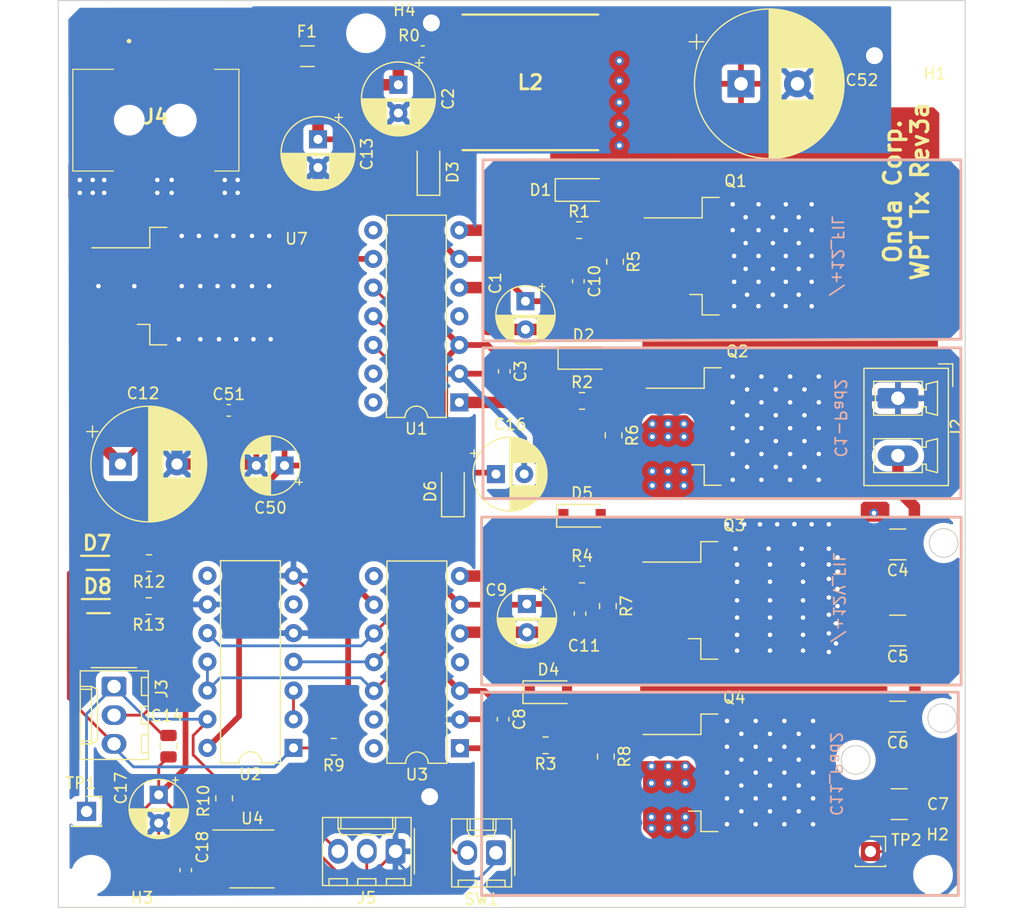
<source format=kicad_pcb>
(kicad_pcb (version 20211014) (generator pcbnew)
  (layers (0 "F.Cu" signal) (1 "In1.Cu" signal) (2 "In2.Cu" signal) (31 "B.Cu" signal) (34 "B.Paste" user) (35 "F.Paste" user) (36 "B.SilkS" user "B.Silkscreen") (37 "F.SilkS" user "F.Silkscreen") (38 "B.Mask" user) (39 "F.Mask" user) (44 "Edge.Cuts" user))
  (net 0 "")
  (net 1 "VCCIN")
  (net 2 "GND")
  (net 3 "Net-(C4-Pad1)")
  (net 4 "Net-(C11-Pad2)")
  (net 5 "Net-(C1-Pad2)")
  (net 6 "Net-(C1-Pad1)")
  (net 7 "Net-(C11-Pad1)")
  (net 8 "+5V")
  (net 9 "Net-(D1-Pad2)")
  (net 10 "Net-(D1-Pad1)")
  (net 11 "Net-(D2-Pad1)")
  (net 12 "Net-(D2-Pad2)")
  (net 13 "Net-(D4-Pad1)")
  (net 14 "Net-(D4-Pad2)")
  (net 15 "Net-(D5-Pad2)")
  (net 16 "Net-(D5-Pad1)")
  (net 17 "Net-(J3-Pad1)")
  (net 18 "Net-(F1-Pad1)")
  (net 19 "Net-(J5-Pad2)")
  (net 20 "Net-(D7-Pad1)")
  (net 21 "Net-(U1-Pad10)")
  (net 22 "Net-(U1-Pad11)")
  (net 23 "Net-(U1-Pad12)")
  (net 24 "Net-(U2-Pad2)")
  (net 26 "/+12_FIL")
  (net 27 "Net-(J5-Pad3)")
  (net 28 "Net-(D7-Pad2)")
  (net 29 "Net-(D8-Pad2)")
  (net 30 "Net-(R10-Pad2)")
  (footprint "Capacitor_SMD:C_1210_3225Metric" (layer "F.Cu") (at 201.295 94.869 180)
    (fp_text reference "C4")
    (fp_text value "33nF")
  )
  (footprint "Capacitor_SMD:C_1210_3225Metric" (layer "F.Cu") (at 201.295 102.489 180)
    (fp_text reference "C5")
    (fp_text value "33nF")
  )
  (footprint "Capacitor_SMD:C_1210_3225Metric" (layer "F.Cu") (at 201.295 110.109 180)
    (fp_text reference "C6")
    (fp_text value "33nF")
  )
  (footprint "Capacitor_SMD:C_1210_3225Metric" (layer "F.Cu") (at 201.422 117.856 180)
    (fp_text reference "C7")
    (fp_text value "0nF")
  )
  (footprint "Capacitor_THT:CP_Radial_D13.0mm_P5.00mm" (layer "F.Cu") (at 187.422785 54.102)
    (fp_text reference "C52")
    (fp_text value "1000uF")
  )
  (footprint "Diode_SMD:D_SOD-123" (layer "F.Cu") (at 173.228 63.5)
    (fp_text reference "D1")
    (fp_text value "1N4148" hide)
  )
  (footprint "Diode_SMD:D_SOD-123" (layer "F.Cu") (at 173.482 78.359)
    (fp_text reference "D2")
    (fp_text value "1N4148")
  )
  (footprint "Diode_SMD:D_SOD-123" (layer "F.Cu") (at 159.766 61.722 90)
    (fp_text reference "D3")
    (fp_text value "STPS0540ZY")
  )
  (footprint "Diode_SMD:D_SOD-123" (layer "F.Cu") (at 170.38 107.95)
    (fp_text reference "D4")
    (fp_text value "1N4148")
  )
  (footprint "Diode_SMD:D_SOD-123" (layer "F.Cu") (at 173.355 92.329)
    (fp_text reference "D5")
    (fp_text value "1N4148")
  )
  (footprint "Diode_SMD:D_SOD-123" (layer "F.Cu") (at 161.925 90.17 90)
    (fp_text reference "D6")
    (fp_text value "STPS0540ZY")
  )
  (footprint "Package_SO:SOIC-8_3.9x4.9mm_P1.27mm" (layer "F.Cu") (at 144.145 122.7055)
    (fp_text reference "U4")
    (fp_text value "DS1077Z-100+")
  )
  (footprint "Package_TO_SOT_SMD:TO-263-3_TabPin2" (layer "F.Cu") (at 138.049 72.009)
    (fp_text reference "U7")
    (fp_text value "LM340SX-5.0/NOPB")
  )
  (footprint "Capacitor_THT:CP_Radial_D5.0mm_P2.50mm" (layer "F.Cu") (at 168.475 100.140888 -90)
    (fp_text reference "C9")
    (fp_text value "22uF")
  )
  (footprint "Resistor_SMD:R_0805_2012Metric" (layer "F.Cu") (at 173.355 82.169)
    (fp_text reference "R2")
    (fp_text value "10R0/0.25W")
  )
  (footprint "SamacSys_Parts:INDPM120120X805N" (layer "F.Cu") (at 168.783 53.975 180)
    (fp_text reference "L2")
    (fp_text value "33uH" hide)
  )
  (footprint "Connector_Molex:Molex_KK-254_AE-6410-02A_1x02_P2.54mm_Vertical" (layer "F.Cu") (at 165.735 122.154 180)
    (fp_text reference "SW1")
    (fp_text value "SW_SPST")
  )
  (footprint "Resistor_SMD:R_0805_2012Metric" (layer "F.Cu") (at 135.001 100.33 180)
    (fp_text reference "R13")
    (fp_text value "20K")
  )
  (footprint "Capacitor_THT:CP_Radial_D10.0mm_P5.00mm" (layer "F.Cu") (at 132.506323 87.757)
    (fp_text reference "C12")
    (fp_text value "220uF")
  )
  (footprint "Resistor_SMD:R_0805_2012Metric" (layer "F.Cu") (at 176.276 69.85 -90)
    (fp_text reference "R5")
    (fp_text value "1K")
  )
  (footprint "Capacitor_SMD:C_0603_1608Metric_Pad1.08x0.95mm_HandSolder" (layer "F.Cu") (at 166.37 110.3376 -90)
    (fp_text reference "C8")
    (fp_text value "100nF")
  )
  (footprint "Connector_PinSocket_2.54mm:PinSocket_1x01_P2.54mm_Vertical" (layer "F.Cu") (at 198.882 122.047)
    (fp_text reference "TP2")
    (fp_text value "TestPoint")
  )
  (footprint "Capacitor_THT:CP_Radial_D6.3mm_P2.50mm" (layer "F.Cu") (at 149.987 59.015621 -90)
    (fp_text reference "C13")
    (fp_text value "47uF")
  )
  (footprint "SamacSys_Parts:LEDM2012X80N" (layer "F.Cu") (at 130.556 100.33)
    (fp_text reference "D8")
    (fp_text value "150080GS75000" hide)
  )
  (footprint "Capacitor_SMD:C_0603_1608Metric_Pad1.08x0.95mm_HandSolder" (layer "F.Cu") (at 166.4716 79.5528 -90)
    (fp_text reference "C3")
    (fp_text value "100nF")
  )
  (footprint "Resistor_SMD:R_0805_2012Metric" (layer "F.Cu") (at 173.101 67.056)
    (fp_text reference "R1")
    (fp_text value "10R0/0.25W")
  )
  (footprint "MountingHole:MountingHole_2.5mm" (layer "F.Cu") (at 204.4192 49.5808)
    (fp_text reference "H1")
    (fp_text value "MountingHole_2.5mm")
  )
  (footprint "Fuse:Fuse_1206_3216Metric" (layer "F.Cu") (at 149.0472 51.6636)
    (fp_text reference "F1")
    (fp_text value "3A Fuse")
  )
  (footprint "Capacitor_THT:CP_Radial_D5.0mm_P2.50mm" (layer "F.Cu") (at 168.348 73.343888 -90)
    (fp_text reference "C1")
    (fp_text value "22uF")
  )
  (footprint "Resistor_SMD:R_0805_2012Metric" (layer "F.Cu") (at 175.641 100.33 -90)
    (fp_text reference "R7")
    (fp_text value "1K")
  )
  (footprint "Capacitor_THT:CP_Radial_D5.0mm_P2.50mm" (layer "F.Cu") (at 135.89 117.031888 -90)
    (fp_text reference "C17")
    (fp_text value "22uF")
  )
  (footprint "Capacitor_SMD:C_0603_1608Metric_Pad1.08x0.95mm_HandSolder" (layer "F.Cu") (at 138.2776 123.698 -90)
    (fp_text reference "C18")
    (fp_text value "100nF")
  )
  (footprint "Package_DIP:DIP-14_W7.62mm" (layer "F.Cu") (at 147.818 112.879 180)
    (fp_text reference "U2")
    (fp_text value "74AHC04")
  )
  (footprint "Package_TO_SOT_SMD:TO-263-2" (layer "F.Cu") (at 186.817 99.822)
    (fp_text reference "Q3")
    (fp_text value "NTBS2D7N06M7")
  )
  (footprint "Package_DIP:DIP-14_W7.62mm" (layer "F.Cu") (at 162.496 82.301 180)
    (fp_text reference "U1")
    (fp_text value "IR2110")
  )
  (footprint "Package_TO_SOT_SMD:TO-263-2" (layer "F.Cu") (at 186.932 69.361)
    (fp_text reference "Q1")
    (fp_text value "NTBS2D7N06M7")
  )
  (footprint "Connector_Phoenix_MC_HighVoltage:PhoenixContact_MCV_1,5_2-G-5.08_1x02_P5.08mm_Vertical" (layer "F.Cu") (at 201.3145 81.9325 -90)
    (fp_text reference "J2")
    (fp_text value "Conn_01x02")
  )
  (footprint "Package_TO_SOT_SMD:TO-263-2" (layer "F.Cu") (at 186.829 115.081)
    (fp_text reference "Q4")
    (fp_text value "NTBS2D7N06M7")
  )
  (footprint "Connector_Molex:Molex_KK-254_AE-6410-03A_1x03_P2.54mm_Vertical" (layer "F.Cu") (at 131.933 107.442 -90)
    (fp_text reference "J3")
    (fp_text value "Conn_01x03")
  )
  (footprint "Resistor_SMD:R_0805_2012Metric" (layer "F.Cu") (at 151.384 112.776 180)
    (fp_text reference "R9")
    (fp_text value "1K")
  )
  (footprint "Capacitor_SMD:C_0805_2012Metric" (layer "F.Cu") (at 136.7536 112.7252 90)
    (fp_text reference "C14")
    (fp_text value "C_0805_2012Metric")
  )
  (footprint "MountingHole:MountingHole_2.5mm" (layer "F.Cu") (at 204.4192 124.1044)
    (fp_text reference "H2")
    (fp_text value "MountingHole_2.5mm")
  )
  (footprint "Package_TO_SOT_SMD:TO-263-2" (layer "F.Cu") (at 187.113012 84.436001)
    (fp_text reference "Q2")
    (fp_text value "NTBS2D7N06M7")
  )
  (footprint "Resistor_SMD:R_0805_2012Metric" (layer "F.Cu") (at 141.6812 117.348 -90)
    (fp_text reference "R10")
    (fp_text value "0")
  )
  (footprint "MountingHole:MountingHole_2.5mm" (layer "F.Cu") (at 129.8956 124.1044)
    (fp_text reference "H3")
    (fp_text value "MountingHole_2.5mm")
  )
  (footprint "SamacSys_Parts:694108106102" (layer "F.Cu") (at 136.360992 57.322999)
    (fp_text reference "J4")
    (fp_text value "694108106102" hide)
  )
  (footprint "Capacitor_THT:CP_Radial_D5.0mm_P2.50mm" (layer "F.Cu") (at 147.026005 87.884 180)
    (fp_text reference "C50")
    (fp_text value "22uF")
  )
  (footprint "Resistor_SMD:R_0805_2012Metric" (layer "F.Cu") (at 176.149 85.217 -90)
    (fp_text reference "R6")
    (fp_text value "1K")
  )
  (footprint "Connector_PinSocket_2.54mm:PinSocket_1x01_P2.54mm_Vertical" (layer "F.Cu") (at 129.5 118.5)
    (fp_text reference "TP1")
    (fp_text value "Fo TestPoint")
  )
  (footprint "Capacitor_THT:CP_Radial_D6.3mm_P2.50mm" (layer "F.Cu") (at 157.099 54.189621 -90)
    (fp_text reference "C2")
    (fp_text value "47uF")
  )
  (footprint "Capacitor_SMD:C_0603_1608Metric_Pad1.08x0.95mm_HandSolder" (layer "F.Cu") (at 173.0248 71.5772 -90)
    (fp_text reference "C10")
    (fp_text value "100nF")
  )
  (footprint "Capacitor_SMD:C_0603_1608Metric_Pad1.08x0.95mm_HandSolder" (layer "F.Cu") (at 173.1772 100.9904 -90)
    (fp_text reference "C11")
    (fp_text value "100nF")
  )
  (footprint "Capacitor_SMD:C_0603_1608Metric_Pad1.08x0.95mm_HandSolder" (layer "F.Cu") (at 142.0876 83.0072)
    (fp_text reference "C51")
    (fp_text value "100nF/50V")
  )
  (footprint "Capacitor_SMD:C_0603_1608Metric" (layer "F.Cu") (at 159.258 51.2572)
    (fp_text reference "R0")
    (fp_text value "C_0603_1608Metric")
  )
  (footprint "Resistor_SMD:R_0805_2012Metric" (layer "F.Cu") (at 173.355 97.536)
    (fp_text reference "R4")
    (fp_text value "10R0")
  )
  (footprint "MountingHole:MountingHole_2.5mm" (layer "F.Cu") (at 154.2288 49.6316)
    (fp_text reference "H4")
    (fp_text value "MountingHole_2.5mm")
  )
  (footprint "Package_DIP:DIP-14_W7.62mm" (layer "F.Cu") (at 162.55 112.908 180)
    (fp_text reference "U3")
    (fp_text value "IR2110")
  )
  (footprint "Connector_Molex:Molex_KK-254_AE-6410-03A_1x03_P2.54mm_Vertical" (layer "F.Cu") (at 156.845 122.027 180)
    (fp_text reference "J5")
    (fp_text value "Conn_01x03")
  )
  (footprint "Capacitor_THT:CP_Radial_D6.3mm_P2.50mm" (layer "F.Cu") (at 165.735 88.646)
    (fp_text reference "C16")
    (fp_text value "47uF")
  )
  (footprint "SamacSys_Parts:LEDM2012X80N" (layer "F.Cu") (at 130.5 96.5)
    (fp_text reference "D7")
    (fp_text value "150080BS75000" hide)
  )
  (footprint "Resistor_SMD:R_0805_2012Metric" (layer "F.Cu") (at 175.46 113.6415 -90)
    (fp_text reference "R8")
    (fp_text value "1K")
  )
  (footprint "Resistor_SMD:R_0805_2012Metric" (layer "F.Cu") (at 135.03 96.525 180)
    (fp_text reference "R12")
    (fp_text value "4.7K")
  )
  (footprint "Resistor_SMD:R_0805_2012Metric" (layer "F.Cu") (at 170.126 112.649 180)
    (fp_text reference "R3")
    (fp_text value "10R0")
  )
  (gr_line (start 164.592 76.8604) (end 206.883 76.708) (layer "B.SilkS") (width 0.254))
  (gr_line (start 164.465 92.456) (end 164.465 107.315) (layer "B.SilkS") (width 0.254))
  (gr_line (start 164.592 90.805) (end 164.592 77.47) (layer "B.SilkS") (width 0.254))
  (gr_line (start 164.592 77.47) (end 206.883 77.47) (layer "B.SilkS") (width 0.254))
  (gr_rect (start 206.629 124.206) (end 206.629 124.206) (layer "B.SilkS") (width 0.15) (fill none))
  (gr_line (start 206.883 76.708) (end 206.883 60.833) (layer "B.SilkS") (width 0.254))
  (gr_line (start 206.9084 107.315) (end 206.9084 92.456) (layer "B.SilkS") (width 0.254))
  (gr_line (start 206.9084 92.456) (end 164.465 92.456) (layer "B.SilkS") (width 0.254))
  (gr_line (start 164.465 107.315) (end 206.9084 107.315) (layer "B.SilkS") (width 0.254))
  (gr_line (start 206.883 77.47) (end 206.883 90.805) (layer "B.SilkS") (width 0.254))
  (gr_line (start 206.883 60.833) (end 164.592 60.833) (layer "B.SilkS") (width 0.254))
  (gr_line (start 206.883 90.805) (end 164.592 90.805) (layer "B.SilkS") (width 0.254))
  (gr_line (start 164.592 60.833) (end 164.592 76.8604) (layer "B.SilkS") (width 0.254))
  (gr_rect (start 164.465 107.95) (end 206.6544 125.9332) (layer "B.SilkS") (width 0.254) (fill none))
  (gr_rect (start 207.264 127) (end 127 46.736) (layer "Edge.Cuts") (width 0.1) (fill none))
  (gr_circle (center 197.5612 113.9444) (end 198.5772 113.1824) (layer "Edge.Cuts") (width 0.1) (fill none))
  (gr_circle (center 205.359 94.742) (end 206.375 93.98) (layer "Edge.Cuts") (width 0.1) (fill none))
  (gr_circle (center 205.232 110.236) (end 206.248 109.474) (layer "Edge.Cuts") (width 0.1) (fill none))
  (gr_text "C1-Pad2" (at 196.215 83.693 270) (layer "B.SilkS") (effects (font (size 1 1)) (justify mirror)))
  (gr_text "/+12V_FIL" (at 196.088 99.568 270) (layer "B.SilkS") (effects (font (size 1 1)) (justify mirror)))
  (gr_text "/+12_FIL" (at 195.961 69.342 270) (layer "B.SilkS") (effects (font (size 1 1)) (justify mirror)))
  (gr_text "C11_Pad2" (at 195.834 115.189 270) (layer "B.SilkS") (effects (font (size 1 1)) (justify mirror)))
  (gr_text "Onda Corp.\nWPT Tx Rev3a" (at 202.057 63.627 90) (layer "F.SilkS") (effects (font (size 1.5 1.5) (thickness 0.3))))
  (segment (start 159.94748 89.73452) (end 159.94748 105.22548) (width 0.508) (layer "F.Cu") (net 1))
  (segment (start 161.925 88.519991) (end 165.608991 88.519991) (width 0.508) (layer "F.Cu") (net 1))
  (segment (start 162.495992 77.221004) (end 157.571999 72.297011) (width 0.508) (layer "F.Cu") (net 1))
  (segment (start 161.8176 51.4096) (end 164.383 53.975) (width 1.016) (layer "F.Cu") (net 1))
  (segment (start 129.159 65.532) (end 145.415 65.532) (width 1.016) (layer "F.Cu") (net 1))
  (segment (start 158.483 51.2572) (end 160.033 51.2572) (width 0.25) (layer "F.Cu") (net 1))
  (segment (start 149.987 59.01563) (end 149.987 57.328257) (width 1.016) (layer "F.Cu") (net 1))
  (segment (start 146.47037 54.18963) (end 153.125627 54.18963) (width 1.016) (layer "F.Cu") (net 1))
  (segment (start 149.987 59.015621) (end 158.709621 59.015621) (width 0.508) (layer "F.Cu") (net 1))
  (segment (start 161.8176 51.4096) (end 161.6652 51.2572) (width 0.25) (layer "F.Cu") (net 1))
  (segment (start 129.159 84.409686) (end 132.506314 87.757) (width 1.016) (layer "F.Cu") (net 1))
  (segment (start 157.099 54.189621) (end 153.125636 54.189621) (width 0.25) (layer "F.Cu") (net 1))
  (segment (start 159.947483 105.225469) (end 162.549992 107.828004) (width 0.508) (layer "F.Cu") (net 1))
  (segment (start 161.6652 51.2572) (end 160.033 51.2572) (width 1.016) (layer "F.Cu") (net 1))
  (segment (start 164.722904 107.828004) (end 166.37 109.4751) (width 0.508) (layer "F.Cu") (net 1))
  (segment (start 157.099 51.3334) (end 158.4068 51.3334) (width 1.016) (layer "F.Cu") (net 1))
  (segment (start 150.751997 51.816) (end 151.005997 52.07) (width 0.25) (layer "F.Cu") (net 1))
  (segment (start 161.6144 51.2064) (end 161.8176 51.4096) (width 0.25) (layer "F.Cu") (net 1))
  (segment (start 149.987 57.328257) (end 153.125627 54.18963) (width 1.016) (layer "F.Cu") (net 1))
  (segment (start 137.270515 83.0072) (end 137.263327 83.000012) (width 0.25) (layer "F.Cu") (net 1))
  (segment (start 161.242489 78.474507) (end 161.242489 87.837489) (width 0.508) (layer "F.Cu") (net 1))
  (segment (start 141.2251 83.0072) (end 137.270515 83.0072) (width 0.508) (layer "F.Cu") (net 1))
  (segment (start 157.099 54.189621) (end 157.099 51.3334) (width 1.016) (layer "F.Cu") (net 1))
  (segment (start 159.766 60.071991) (end 157.571999 60.071991) (width 0.508) (layer "F.Cu") (net 1))
  (segment (start 153.125627 54.18963) (end 157.099 54.18963) (width 1.016) (layer "F.Cu") (net 1))
  (segment (start 129.159 69.469) (end 129.159 84.409686) (width 1.016) (layer "F.Cu") (net 1))
  (segment (start 157.571999 72.297011) (end 157.571999 60.071991) (width 0.508) (layer "F.Cu") (net 1))
  (segment (start 151.005997 52.07) (end 153.125627 54.18963) (width 1.016) (layer "F.Cu") (net 1))
  (segment (start 145.415 55.245) (end 146.47037 54.18963) (width 1.016) (layer "F.Cu") (net 1))
  (segment (start 162.495992 77.221004) (end 161.242489 78.474507) (width 0.508) (layer "F.Cu") (net 1))
  (segment (start 161.162009 88.519991) (end 159.94748 89.73452) (width 0.508) (layer "F.Cu") (net 1))
  (segment (start 164.573991 107.828004) (end 164.722904 107.828004) (width 0.25) (layer "F.Cu") (net 1))
  (segment (start 129.159 69.469) (end 129.159 65.532) (width 1.016) (layer "F.Cu") (net 1))
  (segment (start 157.099 54.189621) (end 157.099 54.0258) (width 0.25) (layer "F.Cu") (net 1))
  (segment (start 162.549992 107.828004) (end 164.573991 107.828004) (width 0.508) (layer "F.Cu") (net 1))
  (segment (start 153.125636 54.189621) (end 153.125627 54.18963) (width 0.25) (layer "F.Cu") (net 1))
  (segment (start 158.4068 51.3334) (end 158.483 51.2572) (width 0.25) (layer "F.Cu") (net 1))
  (segment (start 132.506314 87.757) (end 137.263327 83.000012) (width 0.508) (layer "F.Cu") (net 1))
  (segment (start 145.415 65.532) (end 145.415 55.245) (width 1.016) (layer "F.Cu") (net 1))
  (segment (start 162.496 77.221) (end 165.0023 77.221) (width 0.508) (layer "F.Cu") (net 1))
  (segment (start 161.242489 87.837489) (end 161.925 88.52) (width 0.508) (layer "F.Cu") (net 1))
  (segment (start 132.274005 69.469) (end 129.159 69.469) (width 1.016) (layer "F.Cu") (net 1))
  (segment (start 157.099 51.3334) (end 157.226 51.2064) (width 0.25) (layer "F.Cu") (net 1))
  (segment (start 161.371489 87.966489) (end 161.925 88.52) (width 0.25) (layer "F.Cu") (net 1))
  (segment (start 158.709621 59.015621) (end 159.766 60.072) (width 0.508) (layer "F.Cu") (net 1))
  (segment (start 161.925 88.519991) (end 161.162009 88.519991) (width 0.508) (layer "F.Cu") (net 1))
  (segment (start 165.0023 77.221) (end 166.4716 78.6903) (width 0.508) (layer "F.Cu") (net 1))
  (segment (start 177.014505 86.995) (end 181.042005 86.995) (width 1.016) (layer "F.Cu") (net 2))
  (segment (start 181.054 117.621) (end 181.054 117.554) (width 0.25) (layer "F.Cu") (net 2))
  (segment (start 179.5 114.5) (end 182.5 114.5) (width 0.25) (layer "F.Cu") (net 2))
  (segment (start 139.648 62.611) (end 139.436 62.823) (width 0.25) (layer "F.Cu") (net 2))
  (segment (start 136.144 104.648) (end 136.144 108.331) (width 0.25) (layer "F.Cu") (net 2))
  (segment (start 182.5 119) (end 183 118.5) (width 0.25) (layer "F.Cu") (net 2))
  (segment (start 162.496 79.761) (end 165.8173 79.761) (width 0.508) (layer "F.Cu") (net 2))
  (segment (start 146.62 123.3405) (end 148.487217 123.3405) (width 0.25) (layer "F.Cu") (net 2))
  (segment (start 175.46 114.554) (end 179.445996 114.554) (width 1.016) (layer "F.Cu") (net 2))
  (segment (start 166.0133 111.2001) (end 166.37 111.2001) (width 0.25) (layer "F.Cu") (net 2))
  (segment (start 131.953 104.394) (end 135.89 104.394) (width 0.25) (layer "F.Cu") (net 2))
  (segment (start 181.054 117.621) (end 181.378987 117.621) (width 0.25) (layer "F.Cu") (net 2))
  (segment (start 148.942511 98.763511) (end 150.173111 98.763511) (width 0.25) (layer "F.Cu") (net 2))
  (segment (start 179.446 114.554) (end 179.5 114.5) (width 0.25) (layer "F.Cu") (net 2))
  (segment (start 137.506329 87.757) (end 144.399 87.757) (width 1.016) (layer "F.Cu") (net 2))
  (segment (start 165.8173 79.761) (end 166.4716 80.4153) (width 0.508) (layer "F.Cu") (net 2))
  (segment (start 148.487217 123.3405) (end 149.596237 124.44952) (width 0.25) (layer "F.Cu") (net 2))
  (segment (start 179.578 84.201) (end 179.578 89.662) (width 0.25) (layer "F.Cu") (net 2))
  (segment (start 129.606 100.33) (end 129.606 102.047) (width 0.25) (layer "F.Cu") (net 2))
  (segment (start 136.271 124.46) (end 138.303 124.46) (width 0.25) (layer "F.Cu") (net 2))
  (segment (start 150.173111 98.763511) (end 150.2156 98.806) (width 0.25) (layer "F.Cu") (net 2))
  (segment (start 183 118.5) (end 183 118) (width 0.25) (layer "F.Cu") (net 2))
  (segment (start 144.526 85.041003) (end 144.526 87.884) (width 0.508) (layer "F.Cu") (net 2))
  (segment (start 142.9501 83.0072) (end 142.9501 83.465103) (width 0.25) (layer "F.Cu") (net 2))
  (segment (start 132.274005 72.009) (end 133.731 72.009) (width 1.1684) (layer "F.Cu") (net 2))
  (segment (start 180.975 84.201) (end 180.975 89.662) (width 0.25) (layer "F.Cu") (net 2))
  (segment (start 182.372 84.201) (end 182.372 88.392) (width 0.25) (layer "F.Cu") (net 2))
  (segment (start 128.905 63.754) (end 142.875 63.754) (width 0.25) (layer "F.Cu") (net 2))
  (segment (start 140.367 63.754) (end 139.436 62.823) (width 0.25) (layer "F.Cu") (net 2))
  (segment (start 133.731 72.009) (end 137.922 72.009) (width 1.1684) (layer "F.Cu") (net 2))
  (segment (start 129.606 102.047) (end 131.953 104.394) (width 0.25) (layer "F.Cu") (net 2))
  (segment (start 144.399 87.757) (end 144.526 87.884) (width 0.25) (layer "F.Cu") (net 2))
  (segment (start 138.4535 124.6105) (end 141.67 124.6105) (width 0.25) (layer "F.Cu") (net 2))
  (segment (start 181.054 117.554) (end 181 117.608) (width 0.25) (layer "F.Cu") (net 2))
  (segment (start 176.149 86.129495) (end 177.014505 86.995) (width 0.508) (layer "F.Cu") (net 2))
  (segment (start 139.436 62.823) (end 129.117 62.823) (width 0.25) (layer "F.Cu") (net 2))
  (segment (start 150.2156 98.806) (end 150.2156 101.8032) (width 0.25) (layer "F.Cu") (net 2))
  (segment (start 181 114.5) (end 181 120) (width 0.25) (layer "F.Cu") (net 2))
  (segment (start 129.117 62.823) (end 128.905 62.611) (width 0.25) (layer "F.Cu") (net 2))
  (segment (start 136.5504 112.0394) (end 134.493 109.982) (width 0.25) (layer "F.Cu") (net 2))
  (segment (start 179.5 114.5) (end 179.5 120) (width 0.25) (layer "F.Cu") (net 2))
  (segment (start 142.9501 83.465103) (end 144.526 85.041003) (width 0.508) (layer "F.Cu") (net 2))
  (segment (start 179.5 119) (end 179.5 118) (width 0.25) (layer "F.Cu") (net 2))
  (segment (start 165.1508 110.3376) (end 166.0133 111.2001) (width 0.508) (layer "F.Cu") (net 2))
  (segment (start 149.596237 124.44952) (end 154.42249 124.44952) (width 0.25) (layer "F.Cu") (net 2))
  (segment (start 135.89 119.531888) (end 135.89 124.079) (width 0.25) (layer "F.Cu") (net 2))
  (segment (start 135.89 104.394) (end 136.144 104.648) (width 0.25) (layer "F.Cu") (net 2))
  (segment (start 147.818 97.639) (end 148.942511 98.763511) (width 0.25) (layer "F.Cu") (net 2))
  (segment (start 182.372 88.392) (end 182.372 89.662) (width 0.25) (layer "F.Cu") (net 2))
  (segment (start 149.2998 102.719) (end 147.818 102.719) (width 0.25) (layer "F.Cu") (net 2))
  (segment (start 181 117.675) (end 181.054 117.621) (width 0.25) (layer "F.Cu") (net 2))
  (segment (start 134.493 109.982) (end 131.93301 109.982) (width 0.25) (layer "F.Cu") (net 2))
  (segment (start 150.2156 101.8032) (end 149.2998 102.719) (width 0.25) (layer "F.Cu") (net 2))
  (segment (start 141.732 62.611) (end 139.648 62.611) (width 0.25) (layer "F.Cu") (net 2))
  (segment (start 182.5 114.5) (end 182.5 120) (width 0.25) (layer "F.Cu") (net 2))
  (segment (start 142.875 62.611) (end 141.732 62.611) (width 0.25) (layer "F.Cu") (net 2))
  (segment (start 136.144 108.331) (end 134.493 109.982) (width 0.25) (layer "F.Cu") (net 2))
  (segment (start 154.42249 124.44952) (end 156.845 122.02701) (width 0.25) (layer "F.Cu") (net 2))
  (segment (start 135.89 124.079) (end 136.271 124.46) (width 0.25) (layer "F.Cu") (net 2))
  (segment (start 165.1508 110.3376) (end 162.628783 110.3376) (width 0.508) (layer "F.Cu") (net 2))
  (via (at 179.499997 118.999991) (size 0.8) (drill 0.4) (layers "F.Cu" "B.Cu") (net 2))
  (via (at 179.499997 114.5) (size 0.8) (drill 0.4) (layers "F.Cu" "B.Cu") (net 2))
  (via (at 180.975 89.662) (size 0.8) (drill 0.4) (layers "F.Cu" "B.Cu") (net 2))
  (via (at 199.2376 51.6128) (size 2.5) (drill 1.5) (layers "F.Cu" "B.Cu") (net 2))
  (via (at 182.499991 119.999989) (size 0.8) (drill 0.4) (layers "F.Cu" "B.Cu") (net 2))
  (via (at 144.272 76.708) (size 0.8) (drill 0.4) (layers "F.Cu" "B.Cu") (net 2))
  (via (at 139.446 67.564) (size 0.8) (drill 0.4) (layers "F.Cu" "B.Cu") (net 2))
  (via (at 142.875 62.611) (size 0.8) (drill 0.4) (layers "F.Cu" "B.Cu") (net 2))
  (via (at 137.922 72.009) (size 0.8) (drill 0.4) (layers "F.Cu" "B.Cu") (net 2))
  (via (at 180.999994 115.999997) (size 0.8) (drill 0.4) (layers "F.Cu" "B.Cu") (net 2))
  (via (at 180.999994 119.999989) (size 0.8) (drill 0.4) (layers "F.Cu" "B.Cu") (net 2))
  (via (at 180.999994 114.5) (size 0.8) (drill 0.4) (layers "F.Cu" "B.Cu") (net 2))
  (via (at 182.499991 115.999997) (size 0.8) (drill 0.4) (layers "F.Cu" "B.Cu") (net 2))
  (via (at 139.573 72.009) (size 0.8) (drill 0.4) (layers "F.Cu" "B.Cu") (net 2))
  (via (at 128.905 62.611) (size 0.8) (drill 0.4) (layers "F.Cu" "B.Cu") (net 2))
  (via (at 135.763 62.611) (size 0.8) (drill 0.4) (layers "F.Cu" "B.Cu") (net 2))
  (via (at 182.372 89.662) (size 0.8) (drill 0.4) (layers "F.Cu" "B.Cu") (net 2))
  (via (at 199.1868 92.1004) (size 0.8) (drill 0.4) (layers "F.Cu" "B.Cu") (net 2))
  (via (at 131.064 63.754) (size 0.8) (drill 0.4) (layers "F.Cu" "B.Cu") (net 2))
  (via (at 140.97 67.564) (size 0.8) (drill 0.4) (layers "F.Cu" "B.Cu") (net 2))
  (via (at 180.975 84.201) (size 0.8) (drill 0.4) (layers "F.Cu" "B.Cu") (net 2))
  (via (at 179.578 85.344) (size 0.8) (drill 0.4) (layers "F.Cu" "B.Cu") (net 2))
  (via (at 180.999994 118.999991) (size 0.8) (drill 0.4) (layers "F.Cu" "B.Cu") (net 2))
  (via (at 180.975 85.344) (size 0.8) (drill 0.4) (layers "F.Cu" "B.Cu") (net 2))
  (via (at 135.763 63.754) (size 0.8) (drill 0.4) (layers "F.Cu" "B.Cu") (net 2))
  (via (at 141.224 76.708) (size 0.8) (drill 0.4) (layers "F.Cu" "B.Cu") (net 2))
  (via (at 141.732 62.611) (size 0.8) (drill 0.4) (layers "F.Cu" "B.Cu") (net 2))
  (via (at 145.796 76.708) (size 0.8) (drill 0.4) (layers "F.Cu" "B.Cu") (net 2))
  (via (at 139.573 76.708) (size 0.8) (drill 0.4) (layers "F.Cu" "B.Cu") (net 2))
  (via (at 142.875 63.754) (size 0.8) (drill 0.4) (layers "F.Cu" "B.Cu") (net 2))
  (via (at 142.494 67.564) (size 0.8) (drill 0.4) (layers "F.Cu" "B.Cu") (net 2))
  (via (at 137.033 62.611) (size 0.8) (drill 0.4) (layers "F.Cu" "B.Cu") (net 2))
  (via (at 182.372 85.344) (size 0.8) (drill 0.4) (layers "F.Cu" "B.Cu") (net 2))
  (via (at 130.048 62.611) (size 0.8) (drill 0.4) (layers "F.Cu" "B.Cu") (net 2))
  (via (at 142.748 76.708) (size 0.8) (drill 0.4) (layers "F.Cu" "B.Cu") (net 2))
  (via (at 179.578 89.662) (size 0.8) (drill 0.4) (layers "F.Cu" "B.Cu") (net 2))
  (via (at 145.669 67.564) (size 0.8) (drill 0.4) (layers "F.Cu" "B.Cu") (net 2))
  (via (at 160.02 48.7172) (size 2.5) (drill 1.5) (layers "F.Cu" "B.Cu") (net 2))
  (via (at 137.033 63.754) (size 0.8) (drill 0.4) (layers "F.Cu" "B.Cu") (net 2))
  (via (at 145.669 72.009) (size 0.8) (drill 0.4) (layers "F.Cu" "B.Cu") (net 2))
  (via (at 144.145 72.009) (size 0.8) (drill 0.4) (layers "F.Cu" "B.Cu") (net 2))
  (via (at 179.578 84.201) (size 0.8) (drill 0.4) (layers "F.Cu" "B.Cu") (net 2))
  (via (at 137.922 67.564) (size 0.8) (drill 0.4) (layers "F.Cu" "B.Cu") (net 2))
  (via (at 179.578 88.392) (size 0.8) (drill 0.4) (layers "F.Cu" "B.Cu") (net 2))
  (via (at 182.499991 118.999991) (size 0.8) (drill 0.4) (layers "F.Cu" "B.Cu") (net 2))
  (via (at 142.494 72.009) (size 0.8) (drill 0.4) (layers "F.Cu" "B.Cu") (net 2))
  (via (at 179.499997 115.999997) (size 0.8) (drill 0.4) (layers "F.Cu" "B.Cu") (net 2))
  (via (at 130.048 63.754) (size 0.8) (drill 0.4) (layers "F.Cu" "B.Cu") (net 2))
  (via (at 180.975 88.392) (size 0.8) (drill 0.4) (layers "F.Cu" "B.Cu") (net 2))
  (via (at 128.905 63.754) (size 0.8) (drill 0.4) (layers "F.Cu" "B.Cu") (net 2))
  (via (at 141.097 72.009) (size 0.8) (drill 0.4) (layers "F.Cu" "B.Cu") (net 2))
  (via (at 130.556 72.009) (size 0.8) (drill 0.4) (layers "F.Cu" "B.Cu") (net 2))
  (via (at 182.499991 114.5) (size 0.8) (drill 0.4) (layers "F.Cu" "B.Cu") (net 2))
  (via (at 182.372 88.392) (size 0.8) (drill 0.4) (layers "F.Cu" "B.Cu") (net 2))
  (via (at 179.499997 119.999989) (size 0.8) (drill 0.4) (layers "F.Cu" "B.Cu") (net 2))
  (via (at 182.372 84.201) (size 0.8) (drill 0.4) (layers "F.Cu" "B.Cu") (net 2))
  (via (at 159.8676 117.1956) (size 2.5) (drill 1.5) (layers "F.Cu" "B.Cu") (net 2))
  (via (at 133.731 72.009) (size 0.8) (drill 0.4) (layers "F.Cu" "B.Cu") (net 2))
  (via (at 141.732 63.754) (size 0.8) (drill 0.4) (layers "F.Cu" "B.Cu") (net 2))
  (via (at 131.064 62.611) (size 0.8) (drill 0.4) (layers "F.Cu" "B.Cu") (net 2))
  (via (at 144.145 67.564) (size 0.8) (drill 0.4) (layers "F.Cu" "B.Cu") (net 2))
  (via (at 137.668 76.708) (size 0.8) (drill 0.4) (layers "F.Cu" "B.Cu") (net 2))
  (segment (start 168.234995 85.500007) (end 168.234995 88.646) (width 0.508) (layer "B.Cu") (net 2))
  (segment (start 158.496 124.46) (end 164.25198 124.46) (width 0.25) (layer "B.Cu") (net 2))
  (segment (start 137.506329 78.574671) (end 137.506329 87.757) (width 1.016) (layer "B.Cu") (net 2))
  (segment (start 143.7118 100.179) (end 146.2518 97.639) (width 0.25) (layer "B.Cu") (net 2))
  (segment (start 149.987 61.515625) (end 149.987 78.513) (width 1.016) (layer "B.Cu") (net 2))
  (segment (start 146.2518 97.639) (end 147.818 97.639) (width 0.25) (layer "B.Cu") (net 2))
  (segment (start 165.735 122.936) (end 164.338 124.333) (width 0.25) (layer "B.Cu") (net 2))
  (segment (start 162.495992 79.761004) (end 168.234995 85.500007) (width 0.508) (layer "B.Cu") (net 2))
  (segment (start 137.568 78.513) (end 137.506323 78.574677) (width 0.25) (layer "B.Cu") (net 2))
  (segment (start 140.198 100.179) (end 143.7118 100.179) (width 0.25) (layer "B.Cu") (net 2))
  (segment (start 165.735 122.154) (end 165.735 122.936) (width 0.25) (layer "B.Cu") (net 2))
  (segment (start 156.845 122.027) (end 156.845 122.809) (width 0.25) (layer "B.Cu") (net 2))
  (segment (start 156.845 122.809) (end 158.496 124.46) (width 0.25) (layer "B.Cu") (net 2))
  (segment (start 149.987 78.513) (end 137.568 78.513) (width 1.016) (layer "B.Cu") (net 2))
  (segment (start 201.314507 90.062507) (end 202.770003 91.518003) (width 1.016) (layer "F.Cu") (net 3))
  (segment (start 201.314507 87.012501) (end 201.314507 90.062507) (width 1.016) (layer "F.Cu") (net 3))
  (segment (start 202.897 120.191) (end 201.041 122.047) (width 0.25) (layer "F.Cu") (net 3))
  (segment (start 202.897 117.856) (end 202.897 120.191) (width 0.25) (layer "F.Cu") (net 3))
  (segment (start 201.041 122.047) (end 198.882 122.047) (width 0.25) (layer "F.Cu") (net 3))
  (segment (start 202.770003 91.518003) (end 202.770003 95.758) (width 1.016) (layer "F.Cu") (net 3))
  (segment (start 202.819 95.836003) (end 202.819 116.967) (width 1.016) (layer "F.Cu") (net 3))
  (segment (start 176.100613 102.640892) (end 176.379505 102.362) (width 1.016) (layer "F.Cu") (net 4))
  (segment (start 199.819997 102.567003) (end 199.819997 110.109) (width 1.016) (layer "F.Cu") (net 4))
  (segment (start 192.979 117.856) (end 190.204 115.081) (width 0.25) (layer "F.Cu") (net 4))
  (segment (start 199.819997 94.869) (end 199.819997 102.410997) (width 1.016) (layer "F.Cu") (net 4))
  (segment (start 190.204 115.081) (end 190.9 115.081) (width 0.25) (layer "F.Cu") (net 4))
  (segment (start 162.657112 102.640888) (end 162.55 102.748) (width 0.25) (layer "F.Cu") (net 4))
  (segment (start 199.82 94.869) (end 200.157176 95.206176) (width 0.25) (layer "F.Cu") (net 4))
  (segment (start 190.9 115.081) (end 193.186 115.081) (width 0.25) (layer "F.Cu") (net 4))
  (segment (start 162.657104 102.640892) (end 176.100613 102.640892) (width 1.016) (layer "F.Cu") (net 4))
  (segment (start 199.946997 110.236) (end 199.946997 117.856) (width 1.016) (layer "F.Cu") (net 4))
  (segment (start 181.042005 102.362) (end 176.379505 102.362) (width 1.016) (layer "F.Cu") (net 4))
  (segment (start 199.82 110.109) (end 200.411176 110.700176) (width 0.25) (layer "F.Cu") (net 4))
  (segment (start 176.379505 102.362) (end 175.641 101.623495) (width 1.016) (layer "F.Cu") (net 4))
  (segment (start 199.946997 117.856) (end 192.978989 117.856) (width 1.016) (layer "F.Cu") (net 4))
  (segment (start 199.742 102.489) (end 199.82 102.567) (width 0.25) (layer "F.Cu") (net 4))
  (segment (start 199.82 102.411) (end 199.742 102.489) (width 0.25) (layer "F.Cu") (net 4))
  (segment (start 199.82 110.109) (end 199.946997 110.235997) (width 0.25) (layer "F.Cu") (net 4))
  (via (at 189.992 116.205) (size 0.8) (drill 0.4) (layers "F.Cu" "B.Cu") (net 4))
  (via (at 191.262 112.776) (size 0.8) (drill 0.4) (layers "F.Cu" "B.Cu") (net 4))
  (via (at 189.992 113.919) (size 0.8) (drill 0.4) (layers "F.Cu" "B.Cu") (net 4))
  (via (at 188.722 110.49) (size 0.8) (drill 0.4) (layers "F.Cu" "B.Cu") (net 4))
  (via (at 188.722 115.062) (size 0.8) (drill 0.4) (layers "F.Cu" "B.Cu") (net 4))
  (via (at 188.722 119.634) (size 0.8) (drill 0.4) (layers "F.Cu" "B.Cu") (net 4))
  (via (at 188.722 117.348) (size 0.8) (drill 0.4) (layers "F.Cu" "B.Cu") (net 4))
  (via (at 192.532 111.633) (size 0.8) (drill 0.4) (layers "F.Cu" "B.Cu") (net 4))
  (via (at 193.802 112.776) (size 0.8) (drill 0.4) (layers "F.Cu" "B.Cu") (net 4))
  (via (at 187.452 111.633) (size 0.8) (drill 0.4) (layers "F.Cu" "B.Cu") (net 4))
  (via (at 193.802 117.348) (size 0.8) (drill 0.4) (layers "F.Cu" "B.Cu") (net 4))
  (via (at 193.802 119.634) (size 0.8) (drill 0.4) (layers "F.Cu" "B.Cu") (net 4))
  (via (at 192.532 118.491) (size 0.8) (drill 0.4) (layers "F.Cu" "B.Cu") (net 4))
  (via (at 191.262 119.634) (size 0.8) (drill 0.4) (layers "F.Cu" "B.Cu") (net 4))
  (via (at 192.532 113.919) (size 0.8) (drill 0.4) (layers "F.Cu" "B.Cu") (net 4))
  (via (at 186.182 115.062) (size 0.8) (drill 0.4) (layers "F.Cu" "B.Cu") (net 4))
  (via (at 191.262 110.49) (size 0.8) (drill 0.4) (layers "F.Cu" "B.Cu") (net 4))
  (via (at 186.182 117.348) (size 0.8) (drill 0.4) (layers "F.Cu" "B.Cu") (net 4))
  (via (at 187.452 116.205) (size 0.8) (drill 0.4) (layers "F.Cu" "B.Cu") (net 4))
  (via (at 187.452 118.491) (size 0.8) (drill 0.4) (layers "F.Cu" "B.Cu") (net 4))
  (via (at 193.802 110.49) (size 0.8) (drill 0.4) (layers "F.Cu" "B.Cu") (net 4))
  (via (at 193.802 115.062) (size 0.8) (drill 0.4) (layers "F.Cu" "B.Cu") (net 4))
  (via (at 186.182 110.49) (size 0.8) (drill 0.4) (layers "F.Cu" "B.Cu") (net 4))
  (via (at 186.182 112.776) (size 0.8) (drill 0.4) (layers "F.Cu" "B.Cu") (net 4))
  (via (at 186.182 119.634) (size 0.8) (drill 0.4) (layers "F.Cu" "B.Cu") (net 4))
  (via (at 188.722 112.776) (size 0.8) (drill 0.4) (layers "F.Cu" "B.Cu") (net 4))
  (via (at 191.262 115.062) (size 0.8) (drill 0.4) (layers "F.Cu" "B.Cu") (net 4))
  (via (at 189.992 111.633) (size 0.8) (drill 0.4) (layers "F.Cu" "B.Cu") (net 4))
  (via (at 189.992 118.491) (size 0.8) (drill 0.4) (layers "F.Cu" "B.Cu") (net 4))
  (via (at 191.262 117.348) (size 0.8) (drill 0.4) (layers "F.Cu" "B.Cu") (net 4))
  (via (at 187.452 113.919) (size 0.8) (drill 0.4) (layers "F.Cu" "B.Cu") (net 4))
  (via (at 192.532 116.205) (size 0.8) (drill 0.4) (layers "F.Cu" "B.Cu") (net 4))
  (segment (start 173.355 74.145) (end 173.378 74.168) (width 0.5) (layer "F.Cu") (net 5))
  (segment (start 173.0248 73.814788) (end 173.355 74.144988) (width 0.25) (layer "F.Cu") (net 5))
  (segment (start 176.53 72.159495) (end 174.521495 74.168) (width 1.016) (layer "F.Cu") (net 5))
  (segment (start 164.997888 75.843888) (end 164.973 75.819) (width 0.25) (layer "F.Cu") (net 5))
  (segment (start 179.6465 71.901) (end 181.157 71.901) (width 0.25) (layer "F.Cu") (net 5))
  (segment (start 164.840992 72.141) (end 164.973 72.273008) (width 0.25) (layer "F.Cu") (net 5))
  (segment (start 174.521495 74.168) (end 173.378012 74.168) (width 1.016) (layer "F.Cu") (net 5))
  (segment (start 176.276 70.889495) (end 176.276 71.905495) (width 0.508) (layer "F.Cu") (net 5))
  (segment (start 168.348 75.843892) (end 171.656121 75.843892) (width 1.016) (layer "F.Cu") (net 5))
  (segment (start 164.973 72.273008) (end 164.973 75.819) (width 1.016) (layer "F.Cu") (net 5))
  (segment (start 176.53 72.159495) (end 179.388008 72.159495) (width 1.016) (layer "F.Cu") (net 5))
  (segment (start 168.348 75.843892) (end 164.997892 75.843892) (width 1.016) (layer "F.Cu") (net 5))
  (segment (start 164.968 72.268) (end 164.973 72.273) (width 0.25) (layer "F.Cu") (net 5))
  (segment (start 176.276 71.905495) (end 176.53 72.159495) (width 0.25) (layer "F.Cu") (net 5))
  (segment (start 162.495992 72.141004) (end 164.840996 72.141004) (width 1.016) (layer "F.Cu") (net 5))
  (segment (start 179.388 72.1595) (end 179.6465 71.901) (width 0.25) (layer "F.Cu") (net 5))
  (segment (start 173.0248 72.4397) (end 173.0248 73.814788) (width 0.508) (layer "F.Cu") (net 5))
  (segment (start 164.841 72.141) (end 164.968 72.268) (width 0.25) (layer "F.Cu") (net 5))
  (segment (start 171.656121 75.843892) (end 173.355 74.144988) (width 1.016) (layer "F.Cu") (net 5))
  (via (at 191.77 82.296) (size 0.8) (drill 0.4) (layers "F.Cu" "B.Cu") (net 5))
  (via (at 194.31 89.154) (size 0.8) (drill 0.4) (layers "F.Cu" "B.Cu") (net 5))
  (via (at 186.69 80.01) (size 0.8) (drill 0.4) (layers "F.Cu" "B.Cu") (net 5))
  (via (at 189.23 89.154) (size 0.8) (drill 0.4) (layers "F.Cu" "B.Cu") (net 5))
  (via (at 189.23 82.296) (size 0.8) (drill 0.4) (layers "F.Cu" "B.Cu") (net 5))
  (via (at 187.96 83.439) (size 0.8) (drill 0.4) (layers "F.Cu" "B.Cu") (net 5))
  (via (at 193.04 85.725) (size 0.8) (drill 0.4) (layers "F.Cu" "B.Cu") (net 5))
  (via (at 191.77 84.582) (size 0.8) (drill 0.4) (layers "F.Cu" "B.Cu") (net 5))
  (via (at 191.77 89.154) (size 0.8) (drill 0.4) (layers "F.Cu" "B.Cu") (net 5))
  (via (at 187.96 88.011) (size 0.8) (drill 0.4) (layers "F.Cu" "B.Cu") (net 5))
  (via (at 189.23 80.01) (size 0.8) (drill 0.4) (layers "F.Cu" "B.Cu") (net 5))
  (via (at 194.31 80.01) (size 0.8) (drill 0.4) (layers "F.Cu" "B.Cu") (net 5))
  (via (at 193.04 81.153) (size 0.8) (drill 0.4) (layers "F.Cu" "B.Cu") (net 5))
  (via (at 190.5 81.153) (size 0.8) (drill 0.4) (layers "F.Cu" "B.Cu") (net 5))
  (via (at 190.5 88.011) (size 0.8) (drill 0.4) (layers "F.Cu" "B.Cu") (net 5))
  (via (at 187.96 85.725) (size 0.8) (drill 0.4) (layers "F.Cu" "B.Cu") (net 5))
  (via (at 194.31 82.296) (size 0.8) (drill 0.4) (layers "F.Cu" "B.Cu") (net 5))
  (via (at 186.69 82.296) (size 0.8) (drill 0.4) (layers "F.Cu" "B.Cu") (net 5))
  (via (at 191.77 80.01) (size 0.8) (drill 0.4) (layers "F.Cu" "B.Cu") (net 5))
  (via (at 186.69 89.154) (size 0.8) (drill 0.4) (layers "F.Cu" "B.Cu") (net 5))
  (via (at 186.69 84.582) (size 0.8) (drill 0.4) (layers "F.Cu" "B.Cu") (net 5))
  (via (at 191.77 86.868) (size 0.8) (drill 0.4) (layers "F.Cu" "B.Cu") (net 5))
  (via (at 186.69 86.868) (size 0.8) (drill 0.4) (layers "F.Cu" "B.Cu") (net 5))
  (via (at 187.96 81.153) (size 0.8) (drill 0.4) (layers "F.Cu" "B.Cu") (net 5))
  (via (at 189.23 86.868) (size 0.8) (drill 0.4) (layers "F.Cu" "B.Cu") (net 5))
  (via (at 194.31 84.582) (size 0.8) (drill 0.4) (layers "F.Cu" "B.Cu") (net 5))
  (via (at 194.31 86.868) (size 0.8) (drill 0.4) (layers "F.Cu" "B.Cu") (net 5))
  (via (at 193.04 88.011) (size 0.8) (drill 0.4) (layers "F.Cu" "B.Cu") (net 5))
  (via (at 190.5 83.439) (size 0.8) (drill 0.4) (layers "F.Cu" "B.Cu") (net 5))
  (via (at 190.5 85.725) (size 0.8) (drill 0.4) (layers "F.Cu" "B.Cu") (net 5))
  (via (at 189.23 84.582) (size 0.8) (drill 0.4) (layers "F.Cu" "B.Cu") (net 5))
  (via (at 193.04 83.439) (size 0.8) (drill 0.4) (layers "F.Cu" "B.Cu") (net 5))
  (segment (start 168.348 73.098) (end 168.348 73.343888) (width 0.25) (layer "F.Cu") (net 6))
  (segment (start 159.766 66.998012) (end 162.495992 69.728004) (width 0.508) (layer "F.Cu") (net 6))
  (segment (start 170.076012 73.048012) (end 172.409324 70.7147) (width 0.508) (layer "F.Cu") (net 6))
  (segment (start 172.409324 70.7147) (end 173.0248 70.7147) (width 0.508) (layer "F.Cu") (net 6))
  (segment (start 170.076012 73.048012) (end 169.780102 73.343897) (width 0.508) (layer "F.Cu") (net 6))
  (segment (start 164.851004 69.601004) (end 168.348 73.098) (width 0.508) (layer "F.Cu") (net 6))
  (segment (start 162.495992 69.601004) (end 164.851004 69.601004) (width 0.508) (layer "F.Cu") (net 6))
  (segment (start 169.780102 73.343897) (end 168.348 73.343897) (width 0.508) (layer "F.Cu") (net 6))
  (segment (start 159.766 63.372009) (end 159.766 66.998012) (width 0.508) (layer "F.Cu") (net 6))
  (segment (start 168.280884 100.208004) (end 168.475 100.013888) (width 0.508) (layer "F.Cu") (net 7))
  (segment (start 160.655 91.820009) (end 160.655 98.313011) (width 0.508) (layer "F.Cu") (net 7))
  (segment (start 160.655 98.313012) (end 160.774494 98.432506) (width 0.25) (layer "F.Cu") (net 7))
  (segment (start 162.549992 100.208004) (end 168.280893 100.208004) (width 0.508) (layer "F.Cu") (net 7))
  (segment (start 172.326884 100.140897) (end 168.475 100.140897) (width 0.508) (layer "F.Cu") (net 7))
  (segment (start 173.164203 100.140897) (end 173.1772 100.1279) (width 0.25) (layer "F.Cu") (net 7))
  (segment (start 172.326884 100.140897) (end 173.164203 100.140897) (width 0.508) (layer "F.Cu") (net 7))
  (segment (start 160.655 91.820009) (end 161.925 91.820009) (width 0.508) (layer "F.Cu") (net 7))
  (segment (start 160.774482 98.432518) (end 162.549992 100.208004) (width 0.508) (layer "F.Cu") (net 7))
  (segment (start 152.654 112.4185) (end 152.2965 112.776) (width 0.508) (layer "F.Cu") (net 8))
  (segment (start 136.7536 113.6752) (end 135.89 114.5388) (width 0.25) (layer "F.Cu") (net 8))
  (segment (start 138.303 123.49) (end 141.5205 123.49) (width 0.25) (layer "F.Cu") (net 8))
  (segment (start 149.098 125.603) (end 136.1694 125.603) (width 0.25) (layer "F.Cu") (net 8))
  (segment (start 152.654 89.027) (end 152.654 97.932012) (width 0.508) (layer "F.Cu") (net 8))
  (segment (start 141.5205 123.49) (end 141.67 123.3405) (width 0.25) (layer "F.Cu") (net 8))
  (segment (start 138.28301 96.62701) (end 138.28301 100.31001) (width 0.508) (layer "F.Cu") (net 8))
  (segment (start 151.511 87.884) (end 152.654 89.027) (width 0.508) (layer "F.Cu") (net 8))
  (segment (start 147.706004 69.601004) (end 154.875992 69.601004) (width 0.508) (layer "F.Cu") (net 8))
  (segment (start 146.6435 124.587) (end 149.098 124.587) (width 0.25) (layer "F.Cu") (net 8))
  (segment (start 135.9135 100.33) (end 137.668 100.33) (width 0.25) (layer "F.Cu") (net 8))
  (segment (start 135.89 117.031897) (end 137.45751 115.464387) (width 0.508) (layer "F.Cu") (net 8))
  (segment (start 143 91.909995) (end 143 110.077) (width 0.508) (layer "F.Cu") (net 8))
  (segment (start 147.025995 87.884) (end 151.511 87.884) (width 0.508) (layer "F.Cu") (net 8))
  (segment (start 147.706004 79.623996) (end 147.706004 69.601004) (width 0.508) (layer "F.Cu") (net 8))
  (segment (start 138.262995 114.658902) (end 137.45751 115.464387) (width 0.508) (layer "F.Cu") (net 8))
  (segment (start 138.262996 100.33) (end 138.282998 100.309998) (width 0.25) (layer "F.Cu") (net 8))
  (segment (start 137.668 100.33) (end 138.262995 100.33) (width 0.508) (layer "F.Cu") (net 8))
  (segment (start 132.274005 79.950005) (end 132.842 80.518) (width 0.508) (layer "F.Cu") (net 8))
  (segment (start 135.89 114.5388) (end 135.89 117.031897) (width 0.25) (layer "F.Cu") (net 8))
  (segment (start 138.181 96.525) (end 138.282998 96.626998) (width 0.25) (layer "F.Cu") (net 8))
  (segment (start 132.274005 74.549) (end 132.274005 79.950005) (width 0.508) (layer "F.Cu") (net 8))
  (segment (start 135.9425 96.525) (end 138.181 96.525) (width 0.25) (layer "F.Cu") (net 8))
  (segment (start 143 110.077) (end 140.198 112.879) (width 0.508) (layer "F.Cu") (net 8))
  (segment (start 132.4356 120.486297) (end 135.89 117.031897) (width 0.25) (layer "F.Cu") (net 8))
  (segment (start 147.025995 80.731995) (end 147.025995 87.884) (width 0.508) (layer "F.Cu") (net 8))
  (segment (start 147.025995 87.884) (end 138.282998 96.626998) (width 0.508) (layer "F.Cu") (net 8))
  (segment (start 146.812 80.518) (end 147.706004 79.623996) (width 0.508) (layer "F.Cu") (net 8))
  (segment (start 138.262995 100.33) (end 138.262995 114.658902) (width 0.508) (layer "F.Cu") (net 8))
  (segment (start 146.62 124.6105) (end 146.6435 124.587) (width 0.25) (layer "F.Cu") (net 8))
  (segment (start 132.4356 121.8692) (end 132.4356 120.486297) (width 0.25) (layer "F.Cu") (net 8))
  (segment (start 149.098 124.587) (end 149.098 125.603) (width 0.25) (layer "F.Cu") (net 8))
  (segment (start 138.303 119.444897) (end 135.89 117.031897) (width 0.25) (layer "F.Cu") (net 8))
  (segment (start 152.654 97.932012) (end 152.654 112.4185) (width 0.508) (layer "F.Cu") (net 8))
  (segment (start 132.842 80.518) (end 146.812 80.518) (width 0.508) (layer "F.Cu") (net 8))
  (segment (start 138.303 123.49) (end 138.303 119.444897) (width 0.25) (layer "F.Cu") (net 8))
  (segment (start 147.025995 87.884) (end 143 91.909995) (width 0.508) (layer "F.Cu") (net 8))
  (segment (start 146.812 80.518) (end 147.026005 80.732005) (width 0.25) (layer "F.Cu") (net 8))
  (segment (start 136.1694 125.603) (end 132.4356 121.8692) (width 0.25) (layer "F.Cu") (net 8))
  (segment (start 152.654 97.932012) (end 154.929992 100.208004) (width 0.508) (layer "F.Cu") (net 8))
  (segment (start 174.248496 66.820999) (end 176.294999 66.820999) (width 1.016) (layer "F.Cu") (net 9))
  (segment (start 174.878009 66.191511) (end 174.013495 67.056) (width 0.25) (layer "F.Cu") (net 9))
  (segment (start 174.878009 63.5) (end 174.878009 66.191511) (width 0.508) (layer "F.Cu") (net 9))
  (segment (start 176.294999 66.820999) (end 181.156991 66.820999) (width 1.016) (layer "F.Cu") (net 9))
  (segment (start 176.276 66.839998) (end 176.294999 66.820999) (width 0.25) (layer "F.Cu") (net 9))
  (segment (start 176.276 69.064505) (end 176.276 66.839998) (width 0.508) (layer "F.Cu") (net 9))
  (segment (start 171.577991 63.5) (end 171.577991 66.445511) (width 0.508) (layer "F.Cu") (net 10))
  (segment (start 172.1835 67.061) (end 172.1885 67.056) (width 0.25) (layer "F.Cu") (net 10))
  (segment (start 162.495992 67.061004) (end 172.183501 67.061004) (width 1.016) (layer "F.Cu") (net 10))
  (segment (start 171.578 66.4455) (end 172.1885 67.056) (width 0.25) (layer "F.Cu") (net 10))
  (segment (start 171.831991 78.359) (end 171.831991 81.558511) (width 0.508) (layer "F.Cu") (net 11))
  (segment (start 162.495992 82.301004) (end 172.310501 82.301004) (width 1.016) (layer "F.Cu") (net 11))
  (segment (start 171.832 81.5585) (end 172.4425 82.169) (width 0.25) (layer "F.Cu") (net 11))
  (segment (start 172.310501 82.301004) (end 172.442505 82.169) (width 1.016) (layer "F.Cu") (net 11))
  (segment (start 175.132009 78.359) (end 175.132009 81.304511) (width 0.508) (layer "F.Cu") (net 12))
  (segment (start 176.53 81.915) (end 181.042005 81.915) (width 1.016) (layer "F.Cu") (net 12))
  (segment (start 176.149 82.296) (end 176.53 81.915) (width 0.508) (layer "F.Cu") (net 12))
  (segment (start 175.132 81.3045) (end 174.2675 82.169) (width 0.25) (layer "F.Cu") (net 12))
  (segment (start 174.521495 81.915) (end 176.53 81.915) (width 1.016) (layer "F.Cu") (net 12))
  (segment (start 176.149 84.304505) (end 176.149 82.296) (width 0.508) (layer "F.Cu") (net 12))
  (segment (start 162.549992 112.908004) (end 168.954501 112.908004) (width 0.508) (layer "F.Cu") (net 13))
  (segment (start 168.72999 112.165511) (end 168.72999 107.95) (width 0.508) (layer "F.Cu") (net 13))
  (segment (start 168.9545 112.908) (end 169.2135 112.649) (width 0.25) (layer "F.Cu") (net 13))
  (segment (start 169.2135 112.649) (end 168.73 112.1655) (width 0.25) (layer "F.Cu") (net 13))
  (segment (start 175.46 112.729) (end 175.648 112.541) (width 0.25) (layer "F.Cu") (net 14))
  (segment (start 171.038495 112.649) (end 175.37999 112.649) (width 1.016) (layer "F.Cu") (net 14))
  (segment (start 172.030009 111.657511) (end 172.030009 107.95) (width 0.508) (layer "F.Cu") (net 14))
  (segment (start 175.64801 112.540999) (end 181.053994 112.540999) (width 1.016) (layer "F.Cu") (net 14))
  (segment (start 171.038495 112.649) (end 172.030009 111.657511) (width 0.508) (layer "F.Cu") (net 14))
  (segment (start 175.38 112.649) (end 175.46 112.729) (width 0.25) (layer "F.Cu") (net 14))
  (segment (start 175.005009 92.329) (end 175.005009 96.798511) (width 0.508) (layer "F.Cu") (net 15))
  (segment (start 175.768 97.282) (end 181.042005 97.282) (width 1.016) (layer "F.Cu") (net 15))
  (segment (start 175.641 99.798505) (end 175.641 97.409) (width 0.508) (layer "F.Cu") (net 15))
  (segment (start 175.641 97.409) (end 175.768 97.282) (width 0.508) (layer "F.Cu") (net 15))
  (segment (start 175.005 96.7985) (end 174.2675 97.536) (width 0.25) (layer "F.Cu") (net 15))
  (segment (start 174.521495 97.282) (end 175.768 97.282) (width 1.016) (layer "F.Cu") (net 15))
  (segment (start 171.705 96.798495) (end 172.442505 97.536) (width 0.25) (layer "F.Cu") (net 16))
  (segment (start 172.0565 97.668) (end 172.4425 97.282) (width 0.25) (layer "F.Cu") (net 16))
  (segment (start 162.549992 97.668004) (end 172.056501 97.668004) (width 1.016) (layer "F.Cu") (net 16))
  (segment (start 171.704991 92.329) (end 171.704991 96.798486) (width 0.508) (layer "F.Cu") (net 16))
  (segment (start 138.938 111.78448) (end 140.38348 110.339) (width 0.25) (layer "F.Cu") (net 17))
  (segment (start 141.87554 116.42474) (end 138.94686 113.49606) (width 0.25) (layer "F.Cu") (net 17))
  (segment (start 138.938 113.50682) (end 138.938 111.78448) (width 0.25) (layer "F.Cu") (net 17))
  (segment (start 134.83 110.339) (end 131.933 107.442) (width 0.25) (layer "B.Cu") (net 17))
  (segment (start 140.198 110.339) (end 134.83 110.339) (width 0.25) (layer "B.Cu") (net 17))
  (segment (start 129.5 109.875) (end 129.5 118.5) (width 0.25) (layer "B.Cu") (net 17))
  (segment (start 131.933 107.442) (end 129.5 109.875) (width 0.25) (layer "B.Cu") (net 17))
  (segment (start 145.793 52.07) (end 145.545999 51.822999) (width 0.25) (layer "F.Cu") (net 18))
  (segment (start 145.545988 51.82301) (end 145.705398 51.6636) (width 0.25) (layer "F.Cu") (net 18))
  (segment (start 145.705398 51.6636) (end 147.6472 51.6636) (width 1.06) (layer "F.Cu") (net 18))
  (segment (start 145.545988 51.82301) (end 133.285992 51.82301) (width 1.016) (layer "F.Cu") (net 18))
  (segment (start 145.793 52.07) (end 145.793 51.3618) (width 0.25) (layer "F.Cu") (net 18))
  (segment (start 154.305 123.695003) (end 154.305 122.02701) (width 0.25) (layer "F.Cu") (net 19))
  (segment (start 151.823694 124) (end 154 124) (width 0.25) (layer "F.Cu") (net 19))
  (segment (start 154 124) (end 154.305 123.695) (width 0.25) (layer "F.Cu") (net 19))
  (segment (start 146.62 122.0705) (end 149.894194 122.0705) (width 0.25) (layer "F.Cu") (net 19))
  (segment (start 149.894194 122.0705) (end 151.823694 124) (width 0.25) (layer "F.Cu") (net 19))
  (segment (start 150.4715 112.776) (end 152 114.3045) (width 0.25) (layer "F.Cu") (net 20))
  (segment (start 127.889 108.478) (end 131.933 112.522) (width 0.25) (layer "F.Cu") (net 20))
  (segment (start 150.4715 112.776) (end 150.3685 112.879) (width 0.25) (layer "F.Cu") (net 20))
  (segment (start 163.195 122.154) (end 162.154 122.154) (width 0.25) (layer "F.Cu") (net 20))
  (segment (start 129.55 96.5) (end 128.798 96.5) (width 0.25) (layer "F.Cu") (net 20))
  (segment (start 152 114.3045) (end 152 117) (width 0.25) (layer "F.Cu") (net 20))
  (segment (start 127.889 97.409) (end 127.889 108.478) (width 0.25) (layer "F.Cu") (net 20))
  (segment (start 162.154 122.154) (end 157 117) (width 0.25) (layer "F.Cu") (net 20))
  (segment (start 150.368508 112.878997) (end 147.817992 112.878997) (width 0.25) (layer "F.Cu") (net 20))
  (segment (start 156.999991 116.999995) (end 152.000001 116.999995) (width 0.25) (layer "F.Cu") (net 20))
  (segment (start 128.798 96.5) (end 127.889 97.409) (width 0.25) (layer "F.Cu") (net 20))
  (segment (start 131.933 112.8322) (end 131.933 112.522) (width 0.25) (layer "B.Cu") (net 20))
  (segment (start 147.818 112.879) (end 146.143 114.554) (width 0.25) (layer "B.Cu") (net 20))
  (segment (start 146.143 114.554) (end 133.6548 114.554) (width 0.25) (layer "B.Cu") (net 20))
  (segment (start 133.6548 114.554) (end 131.933 112.8322) (width 0.25) (layer "B.Cu") (net 20))
  (segment (start 158.31052 104.44748) (end 154.93 107.828) (width 0.25) (layer "F.Cu") (net 21))
  (segment (start 154.876 72.141) (end 158.31052 75.57552) (width 0.25) (layer "F.Cu") (net 21))
  (segment (start 158.31052 75.57552) (end 158.31052 104.44748) (width 0.25) (layer "F.Cu") (net 21))
  (segment (start 140.198 107.799) (end 141.322511 106.674489) (width 0.25) (layer "B.Cu") (net 21))
  (segment (start 140.198 105.259) (end 140.198 107.799) (width 0.25) (layer "B.Cu") (net 21))
  (segment (start 153.776489 106.674489) (end 154.93 107.828) (width 0.25) (layer "B.Cu") (net 21))
  (segment (start 141.322511 106.674489) (end 153.776489 106.674489) (width 0.25) (layer "B.Cu") (net 21))
  (segment (start 154.876 74.681) (end 157.48 77.285) (width 0.25) (layer "F.Cu") (net 22))
  (segment (start 157.48 77.285) (end 157.48 102.737996) (width 0.25) (layer "F.Cu") (net 22))
  (segment (start 157.48 102.737996) (end 154.929992 105.288004) (width 0.25) (layer "F.Cu") (net 22))
  (segment (start 154.900988 105.259) (end 154.929992 105.288004) (width 0.25) (layer "B.Cu") (net 22))
  (segment (start 147.818 105.259) (end 154.900988 105.259) (width 0.25) (layer "B.Cu") (net 22))
  (segment (start 156.718 79.063) (end 156.718 100.96) (width 0.25) (layer "F.Cu") (net 23))
  (segment (start 154.876 77.221) (end 156.718 79.063) (width 0.25) (layer "F.Cu") (net 23))
  (segment (start 156.718 100.96) (end 154.93 102.748) (width 0.25) (layer "F.Cu") (net 23))
  (segment (start 153.834489 103.843511) (end 154.93 102.748) (width 0.25) (layer "B.Cu") (net 23))
  (segment (start 141.322511 103.843511) (end 153.834489 103.843511) (width 0.25) (layer "B.Cu") (net 23))
  (segment (start 140.198 102.719) (end 141.322511 103.843511) (width 0.25) (layer "B.Cu") (net 23))
  (segment (start 147.817992 110.338997) (end 147.817992 107.798997) (width 0.25) (layer "F.Cu") (net 24))
  (segment (start 190.5 69.168) (end 190.307 69.361) (width 0.25) (layer "F.Cu") (net 26))
  (via (at 188.976 67.056) (size 0.8) (drill 0.4) (layers "F.Cu" "B.Cu") (net 26))
  (via (at 192.532 68.199) (size 0.8) (drill 0.4) (layers "F.Cu" "B.Cu") (net 26))
  (via (at 193.675 67.056) (size 0.8) (drill 0.4) (layers "F.Cu" "B.Cu") (net 26))
  (via (at 187.071 99.822) (size 0.8) (drill 0.4) (layers "F.Cu" "B.Cu") (net 26))
  (via (at 195.199 102.743) (size 0.8) (drill 0.4) (layers "F.Cu" "B.Cu") (net 26))
  (via (at 190.627 93.091) (size 0.8) (drill 0.4) (layers "F.Cu" "B.Cu") (net 26))
  (via (at 189.103 93.091) (size 0.8) (drill 0.4) (layers "F.Cu" "B.Cu") (net 26))
  (via (at 191.389 67.056) (size 0.8) (drill 0.4) (layers "F.Cu" "B.Cu") (net 26))
  (via (at 190.246 65.913) (size 0.8) (drill 0.4) (layers "F.Cu" "B.Cu") (net 26))
  (via (at 193.675 69.342) (size 0.8) (drill 0.4) (layers "F.Cu" "B.Cu") (net 26))
  (via (at 195.961 100.33) (size 0.8) (drill 0.4) (layers "F.Cu" "B.Cu") (net 26))
  (via (at 187.833 70.485) (size 0.8) (drill 0.4) (layers "F.Cu" "B.Cu") (net 26))
  (via (at 187.071 98.171) (size 0.8) (drill 0.4) (layers "F.Cu" "B.Cu") (net 26))
  (via (at 188.976 71.628) (size 0.8) (drill 0.4) (layers "F.Cu" "B.Cu") (net 26))
  (via (at 189.992 104.267) (size 0.8) (drill 0.4) (layers "F.Cu" "B.Cu") (net 26))
  (via (at 176.657 59.563) (size 0.8) (drill 0.4) (layers "F.Cu" "B.Cu") (net 26))
  (via (at 188.976 64.77) (size 0.8) (drill 0.4) (layers "F.Cu" "B.Cu") (net 26))
  (via (at 193.675 71.628) (size 0.8) (drill 0.4) (layers "F.Cu" "B.Cu") (net 26))
  (via (at 176.657 57.658) (size 0.8) (drill 0.4) (layers "F.Cu" "B.Cu") (net 26))
  (via (at 187.96 72.771) (size 0.8) (drill 0.4) (layers "F.Cu" "B.Cu") (net 26))
  (via (at 191.389 69.342) (size 0.8) (drill 0.4) (layers "F.Cu" "B.Cu") (net 26))
  (via (at 192.532 65.913) (size 0.8) (drill 0.4) (layers "F.Cu" "B.Cu") (net 26))
  (via (at 192.913 99.822) (size 0.8) (drill 0.4) (layers "F.Cu" "B.Cu") (net 26))
  (via (at 186.69 67.056) (size 0.8) (drill 0.4) (layers "F.Cu" "B.Cu") (net 26))
  (via (at 189.992 98.171) (size 0.8) (drill 0.4) (layers "F.Cu" "B.Cu") (net 26))
  (via (at 187.706 93.091) (size 0.8) (drill 0.4) (layers "F.Cu" "B.Cu") (net 26))
  (via (at 190.246 68.199) (size 0.8) (drill 0.4) (layers "F.Cu" "B.Cu") (net 26))
  (via (at 192.913 101.346) (size 0.8) (drill 0.4) (layers "F.Cu" "B.Cu") (net 26))
  (via (at 176.657 52.07) (size 0.8) (drill 0.4) (layers "F.Cu" "B.Cu") (net 26))
  (via (at 189.992 99.822) (size 0.8) (drill 0.4) (layers "F.Cu" "B.Cu") (net 26))
  (via (at 192.913 96.647) (size 0.8) (drill 0.4) (layers "F.Cu" "B.Cu") (net 26))
  (via (at 193.675 93.091) (size 0.8) (drill 0.4) (layers "F.Cu" "B.Cu") (net 26))
  (via (at 189.992 101.346) (size 0.8) (drill 0.4) (layers "F.Cu" "B.Cu") (net 26))
  (via (at 187.071 96.647) (size 0.8) (drill 0.4) (layers "F.Cu" "B.Cu") (net 26))
  (via (at 195.199 99.568) (size 0.8) (drill 0.4) (layers "F.Cu" "B.Cu") (net 26))
  (via (at 195.199 95.25) (size 0.8) (drill 0.4) (layers "F.Cu" "B.Cu") (net 26))
  (via (at 189.865 95.25) (size 0.8) (drill 0.4) (layers "F.Cu" "B.Cu") (net 26))
  (via (at 192.786 95.25) (size 0.8) (drill 0.4) (layers "F.Cu" "B.Cu") (net 26))
  (via (at 186.8154 73.783495) (size 0.8) (drill 0.4) (layers "F.Cu" "B.Cu") (net 26))
  (via (at 187.833 65.913) (size 0.8) (drill 0.4) (layers "F.Cu" "B.Cu") (net 26))
  (via (at 190.246 70.485) (size 0.8) (drill 0.4) (layers "F.Cu" "B.Cu") (net 26))
  (via (at 187.071 101.346) (size 0.8) (drill 0.4) (layers "F.Cu" "B.Cu") (net 26))
  (via (at 191.382294 73.783495) (size 0.8) (drill 0.4) (layers "F.Cu" "B.Cu") (net 26))
  (via (at 187.071 102.87) (size 0.8) (drill 0.4) (layers "F.Cu" "B.Cu") (net 26))
  (via (at 189.992 96.647) (size 0.8) (drill 0.4) (layers "F.Cu" "B.Cu") (net 26))
  (via (at 192.532 72.771) (size 0.8) (drill 0.4) (layers "F.Cu" "B.Cu") (net 26))
  (via (at 186.944 95.25) (size 0.8) (drill 0.4) (layers "F.Cu" "B.Cu") (net 26))
  (via (at 192.913 102.87) (size 0.8) (drill 0.4) (layers "F.Cu" "B.Cu") (net 26))
  (via (at 176.657 55.753) (size 0.8) (drill 0.4) (layers "F.Cu" "B.Cu") (net 26))
  (via (at 195.199 97.917) (size 0.8) (drill 0.4) (layers "F.Cu" "B.Cu") (net 26))
  (via (at 186.817 71.628) (size 0.8) (drill 0.4) (layers "F.Cu" "B.Cu") (net 26))
  (via (at 195.199 93.091) (size 0.8) (drill 0.4) (layers "F.Cu" "B.Cu") (net 26))
  (via (at 192.913 98.171) (size 0.8) (drill 0.4) (layers "F.Cu" "B.Cu") (net 26))
  (via (at 188.976 69.342) (size 0.8) (drill 0.4) (layers "F.Cu" "B.Cu") (net 26))
  (via (at 186.69 64.77) (size 0.8) (drill 0.4) (layers "F.Cu" "B.Cu") (net 26))
  (via (at 186.817 69.342) (size 0.8) (drill 0.4) (layers "F.Cu" "B.Cu") (net 26))
  (via (at 193.675 73.787) (size 0.8) (drill 0.4) (layers "F.Cu" "B.Cu") (net 26))
  (via (at 187.071 104.267) (size 0.8) (drill 0.4) (layers "F.Cu" "B.Cu") (net 26))
  (via (at 195.961 96.012) (size 0.8) (drill 0.4) (layers "F.Cu" "B.Cu") (net 26))
  (via (at 187.833 68.199) (size 0.8) (drill 0.4) (layers "F.Cu" "B.Cu") (net 26))
  (via (at 192.913 104.267) (size 0.8) (drill 0.4) (layers "F.Cu" "B.Cu") (net 26))
  (via (at 195.199 96.647) (size 0.8) (drill 0.4) (layers "F.Cu" "B.Cu") (net 26))
  (via (at 195.834 101.854) (size 0.8) (drill 0.4) (layers "F.Cu" "B.Cu") (net 26))
  (via (at 186.182 93.091) (size 0.8) (drill 0.4) (layers "F.Cu" "B.Cu") (net 26))
  (via (at 192.532 70.485) (size 0.8) (drill 0.4) (layers "F.Cu" "B.Cu") (net 26))
  (via (at 176.657 53.848) (size 0.8) (drill 0.4) (layers "F.Cu" "B.Cu") (net 26))
  (via (at 195.961 98.806) (size 0.8) (drill 0.4) (layers "F.Cu" "B.Cu") (net 26))
  (via (at 195.199 104.394) (size 0.8) (drill 0.4) (layers "F.Cu" "B.Cu") (net 26))
  (via (at 192.151 93.076547) (size 0.8) (drill 0.4) (layers "F.Cu" "B.Cu") (net 26))
  (via (at 191.389 71.628) (size 0.8) (drill 0.4) (layers "F.Cu" "B.Cu") (net 26))
  (via (at 188.966526 73.783495) (size 0.8) (drill 0.4) (layers "F.Cu" "B.Cu") (net 26))
  (via (at 195.834 103.632) (size 0.8) (drill 0.4) (layers "F.Cu" "B.Cu") (net 26))
  (via (at 195.199 101.092) (size 0.8) (drill 0.4) (layers "F.Cu" "B.Cu") (net 26))
  (via (at 193.675 64.77) (size 0.8) (drill 0.4) (layers "F.Cu" "B.Cu") (net 26))
  (via (at 190.246 72.771) (size 0.8) (drill 0.4) (layers "F.Cu" "B.Cu") (net 26))
  (via (at 189.992 102.87) (size 0.8) (drill 0.4) (layers "F.Cu" "B.Cu") (net 26))
  (via (at 191.389 64.77) (size 0.8) (drill 0.4) (layers "F.Cu" "B.Cu") (net 26))
  (via (at 195.961 97.282) (size 0.8) (drill 0.4) (layers "F.Cu" "B.Cu") (net 26))
  (segment (start 146.62 120.8005) (end 150.5385 120.8005) (width 0.25) (layer "F.Cu") (net 27))
  (segment (start 150.5385 120.8005) (end 151.765 122.027) (width 0.25) (layer "F.Cu") (net 27))
  (segment (start 134.0925 96.5) (end 131.45 96.5) (width 0.25) (layer "F.Cu") (net 28))
  (segment (start 134.1175 96.525) (end 134.0925 96.5) (width 0.25) (layer "F.Cu") (net 28))
  (segment (start 131.506 100.33) (end 134.0885 100.33) (width 0.2) (layer "F.Cu") (net 29))
  (segment (start 141.67 120.8005) (end 141.67 118.2717) (width 0.25) (layer "F.Cu") (net 30))
  (segment (start 141.67 118.2717) (end 141.6812 118.2605) (width 0.25) (layer "F.Cu") (net 30))
  (zone (net 26) (net_name "/+12_FIL") (layer "F.Cu") (name "Q1DRAIN") (connect_pads thru_hole_only (clearance 0.508)) (min_thickness 0.254) (fill yes (thermal_gap 0.508) (thermal_bridge_width 0.508) (smoothing chamfer) (radius 0.508) (island_removal_mode 1) (island_area_min 0))
    (polygon (pts (xy 190.3222 50.927) (xy 190.3222 56.1848) (xy 204.978 56.1848) (xy 204.978 75.057) (xy 195.843476 75.310859) (xy 195.834 75.311) (xy 185.130655 75.318499) (xy 185.16417 61.348498) (xy 170.523827 61.369897) (xy 170.688 51.181)))
  )
  (zone (net 5) (net_name "Net-(C1-Pad2)") (layer "F.Cu") (name "Q2DRAIN") (connect_pads thru_hole_only (clearance 0.508)) (min_thickness 0.254) (fill yes (thermal_gap 0.508) (thermal_bridge_width 0.508) (smoothing chamfer) (radius 0.508))
    (polygon (pts (xy 184.023 75.946) (xy 204.851 75.819) (xy 204.851 83.947) (xy 196.977 83.947) (xy 196.977 90.043) (xy 185.42 90.043) (xy 185.42 78.105) (xy 178.689 78.105) (xy 178.689 70.612) (xy 184.023 70.612)))
  )
  (zone (net 2) (net_name "GND") (layer "F.Cu") (name "Q2Source") (connect_pads yes (clearance 0.508)) (min_thickness 0.254) (fill yes (thermal_gap 0.508) (thermal_bridge_width 0.508) (smoothing chamfer) (radius 0.254))
    (polygon (pts (xy 200.5584 92.8624) (xy 198.0184 92.8624) (xy 198.0184 91.0844) (xy 200.5584 91.0844)))
  )
  (zone (net 2) (net_name "GND") (layer "F.Cu") (name "Q1DRAIN") (connect_pads (clearance 0.508)) (min_thickness 0.254) (fill yes (thermal_gap 0.508) (thermal_bridge_width 1.016) (smoothing chamfer) (radius 0.254))
    (polygon (pts (xy 143.891 64.516) (xy 127.889 64.516) (xy 127.889 60.96) (xy 143.891 60.96)))
  )
  (zone (net 2) (net_name "GND") (layer "F.Cu") (name "Q2Source") (connect_pads yes (clearance 0.508)) (min_thickness 0.254) (fill yes (thermal_gap 0.508) (thermal_bridge_width 0.508) (smoothing chamfer) (radius 1.016))
    (polygon (pts (xy 183.642 89.916) (xy 183.261 90.678) (xy 178.689 90.678) (xy 178.435 90.17) (xy 178.435 83.439) (xy 183.642 83.439)))
  )
  (zone (net 2) (net_name "GND") (layer "F.Cu") (name "GND") (connect_pads yes (clearance 0.508)) (min_thickness 0.254) (fill yes (thermal_gap 0.508) (thermal_bridge_width 0.508) (smoothing chamfer) (radius 0.508))
    (polygon (pts (xy 182.753 120.142) (xy 179.324 120.142) (xy 179.324 114.3) (xy 182.753 114.3)))
  )
  (zone (net 26) (net_name "/+12_FIL") (layer "F.Cu") (name "Q3DRAIN") (connect_pads thru_hole_only (clearance 0.508)) (min_thickness 0.254) (fill yes (thermal_gap 0.508) (thermal_bridge_width 0.508) (smoothing chamfer) (radius 1))
    (polygon (pts (xy 196.302122 105.893539) (xy 185.531359 105.992433) (xy 185.674 92.456) (xy 196.342 92.456)))
  )
  (zone (net 2) (net_name "GND") (layer "F.Cu") (connect_pads (clearance 0.508)) (min_thickness 0.254) (fill yes (thermal_gap 0.508) (thermal_bridge_width 0.508))
    (polygon (pts (xy 161.1884 118.618) (xy 159.5628 118.618) (xy 158.496 117.5004) (xy 158.496 115.9256) (xy 161.1884 115.9256)))
  )
  (zone (net 2) (net_name "GND") (layer "F.Cu") (connect_pads (clearance 0.508)) (min_thickness 0.254) (fill yes (thermal_gap 0.508) (thermal_bridge_width 0.508))
    (polygon (pts (xy 161.400342 50.124713) (xy 158.657142 50.073913) (xy 158.6484 47.3964) (xy 161.3916 47.3964)))
  )
  (zone (net 4) (net_name "Net-(C11-Pad2)") (layer "F.Cu") (name "Q2Source") (connect_pads yes (clearance 0.508)) (min_thickness 0.254) (fill yes (thermal_gap 0.508) (thermal_bridge_width 0.508) (smoothing chamfer) (radius 1.016))
    (polygon (pts (xy 200.373 120.269) (xy 185.039 120.269) (xy 185 109) (xy 178.5 109) (xy 178.5 99) (xy 184 99) (xy 184 107.397) (xy 198.1096 107.397) (xy 198.1096 93.508) (xy 200.373 93.508)))
  )
  (zone (net 2) (net_name "GND") (layer "F.Cu") (name "Q2Source") (connect_pads yes (clearance 0.508)) (min_thickness 0.254) (fill yes (thermal_gap 0.508) (thermal_bridge_width 0.508) (smoothing chamfer) (radius 1.016))
    (polygon (pts (xy 183.746 121.103) (xy 178.754 121.103) (xy 178.754 114) (xy 183.746 114)))
  )
  (zone (net 26) (net_name "/+12_FIL") (layer "B.Cu") (name "Q2Source") (connect_pads thru_hole_only (clearance 0.508)) (min_thickness 0.254) (fill yes (thermal_gap 0.508) (thermal_bridge_width 0.508) (smoothing chamfer) (radius 1.016))
    (polygon (pts (xy 206.756 107.315) (xy 164.465 107.315) (xy 164.465 92.456) (xy 206.756 92.456)))
  )
  (zone (net 4) (net_name "Net-(C11-Pad2)") (layer "B.Cu") (name "Q2Source") (connect_pads yes (clearance 0.508)) (min_thickness 0.254) (fill yes (thermal_gap 0.508) (thermal_bridge_width 0.508) (smoothing chamfer) (radius 1.016))
    (polygon (pts (xy 206.629 125.9332) (xy 164.465 125.9332) (xy 164.465 107.95) (xy 206.629 107.95)))
  )
  (zone (net 2) (net_name "GND") (layer "B.Cu") (name "Corner1B") (connect_pads thru_hole_only (clearance 0.508)) (min_thickness 0.254) (fill yes (thermal_gap 0.508) (thermal_bridge_width 0.508) (smoothing chamfer) (radius 1.016))
    (polygon (pts (xy 163.829614 125.869148) (xy 128 126) (xy 127.889 47.371) (xy 164.066742 47.350173)))
  )
  (zone (net 2) (net_name "GND") (layer "B.Cu") (name "Q1DRAIN") (connect_pads (clearance 0.508)) (min_thickness 0.254) (fill yes (thermal_gap 0.508) (thermal_bridge_width 0.508))
    (polygon (pts (xy 200.718328 60.236134) (xy 143.932932 60.309545) (xy 143.936875 55.257624) (xy 144.018 55.245) (xy 144.145 47.117) (xy 200.715019 47.116153)))
  )
  (zone (net 26) (net_name "/+12_FIL") (layer "B.Cu") (name "Q1BCu") (connect_pads thru_hole_only (clearance 0.508)) (min_thickness 0.254) (fill yes (thermal_gap 0.508) (thermal_bridge_width 0.508) (smoothing chamfer) (radius 1.016))
    (polygon (pts (xy 206.883 76.708) (xy 164.592 76.708) (xy 164.592 60.833) (xy 206.883 60.833)))
  )
  (zone (net 5) (net_name "Net-(C1-Pad2)") (layer "B.Cu") (name "C1-Pad2") (connect_pads (clearance 0.508)) (min_thickness 0.254) (fill yes (thermal_gap 0.508) (thermal_bridge_width 0.508) (smoothing chamfer) (radius 1.016))
    (polygon (pts (xy 206.883 90.805) (xy 164.592 90.805) (xy 164.592 77.47) (xy 206.883 77.47)))
  )
)
</source>
